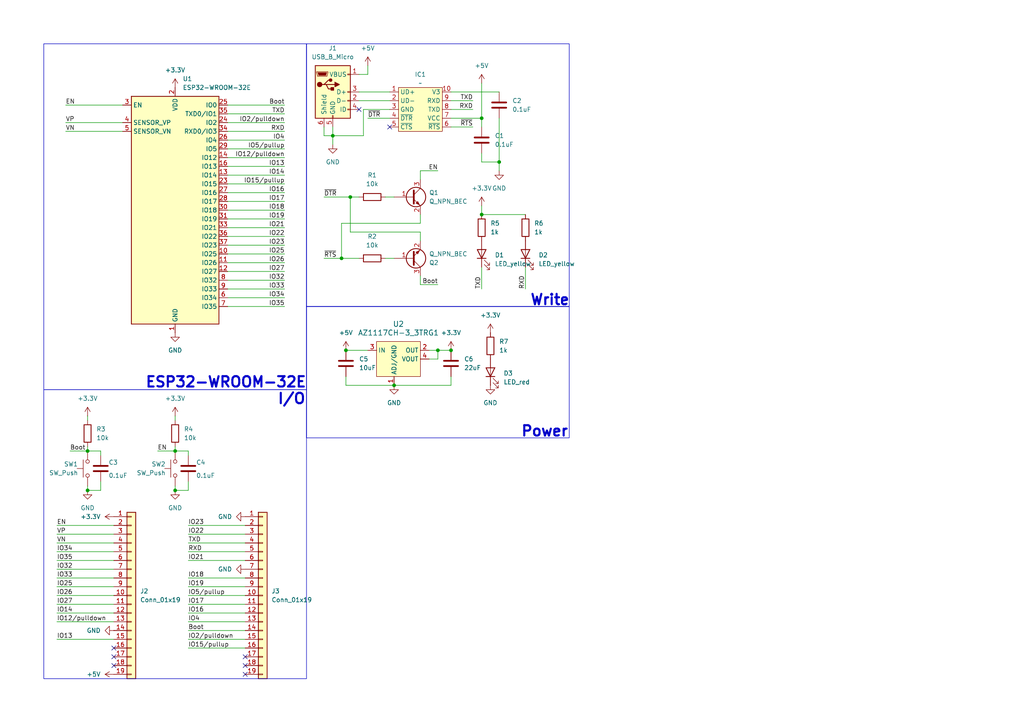
<source format=kicad_sch>
(kicad_sch (version 20231120) (generator "eeschema") (generator_version "8.0")
  (paper "A4")
  (lib_symbols
    (symbol "CH340:CH340K"
      (property "Reference" "IC" (at 0 7.62 0))
      (symbol "CH340K_1_1"
        (rectangle (start -6.35 6.35) (end 6.35 -6.35) (fill (type background)))
        (pin input line (at -8.89 5.08 0) (length 2.54) (name "UD+") (number "1"))
        (pin power_in line (at 8.89 5.08 180) (length 2.54) (name "V3") (number "10"))
        (pin input line (at -8.89 2.54 0) (length 2.54) (name "UD-") (number "2"))
        (pin power_in line (at -8.89 0 0) (length 2.54) (name "GND") (number "3"))
        (pin bidirectional line (at -8.89 -2.54 0) (length 2.54) (name "~{DTR}") (number "4"))
        (pin bidirectional line (at -8.89 -5.08 0) (length 2.54) (name "~{CTS}") (number "5"))
        (pin bidirectional line (at 8.89 -5.08 180) (length 2.54) (name "~{RTS}") (number "6"))
        (pin power_in line (at 8.89 -2.54 180) (length 2.54) (name "VCC") (number "7"))
        (pin bidirectional line (at 8.89 0 180) (length 2.54) (name "TXD") (number "8"))
        (pin input line (at 8.89 2.54 180) (length 2.54) (name "RXD") (number "9"))
      )
    )
    (symbol "Connector:USB_B_Micro" (pin_names (offset 1.016))
      (property "Reference" "J" (at -5.08 11.43 0))
      (property "Value" "USB_B_Micro" (at -5.08 8.89 0))
      (symbol "USB_B_Micro_0_1"
        (rectangle (start -5.08 -7.62) (end 5.08 7.62) (stroke (width 0.254)) (fill (type background)))
        (circle (center -3.81 2.159) (radius 0.635) (stroke (width 0.254)) (fill (type outline)))
        (circle (center -0.635 3.429) (radius 0.381) (stroke (width 0.254)) (fill (type outline)))
        (rectangle (start -0.127 -7.62) (end 0.127 -6.858))
        (polyline (pts (xy -1.905 2.159) (xy 0.635 2.159)) (stroke (width 0.254)))
        (polyline (pts (xy -3.175 2.159) (xy -2.54 2.159) (xy -1.27 3.429) (xy -0.635 3.429)) (stroke (width 0.254)))
        (polyline (pts (xy -2.54 2.159) (xy -1.905 2.159) (xy -1.27 0.889) (xy 0 0.889)) (stroke (width 0.254)))
        (polyline (pts (xy 0.635 2.794) (xy 0.635 1.524) (xy 1.905 2.159) (xy 0.635 2.794)) (stroke (width 0.254)) (fill (type outline)))
        (polyline (pts (xy -4.318 5.588) (xy -1.778 5.588) (xy -2.032 4.826) (xy -4.064 4.826) (xy -4.318 5.588)) (fill (type outline)))
        (polyline (pts (xy -4.699 5.842) (xy -4.699 5.588) (xy -4.445 4.826) (xy -4.445 4.572) (xy -1.651 4.572) (xy -1.651 4.826) (xy -1.397 5.588) (xy -1.397 5.842) (xy -4.699 5.842)))
        (rectangle (start 0.254 1.27) (end -0.508 0.508) (stroke (width 0.254)) (fill (type outline)))
        (rectangle (start 5.08 -5.207) (end 4.318 -4.953))
        (rectangle (start 5.08 -2.667) (end 4.318 -2.413))
        (rectangle (start 5.08 -0.127) (end 4.318 0.127))
        (rectangle (start 5.08 4.953) (end 4.318 5.207))
      )
      (symbol "USB_B_Micro_1_1"
        (pin power_out line (at 7.62 5.08 180) (length 2.54) (name "VBUS") (number "1"))
        (pin bidirectional line (at 7.62 -2.54 180) (length 2.54) (name "D-") (number "2"))
        (pin bidirectional line (at 7.62 0 180) (length 2.54) (name "D+") (number "3"))
        (pin passive line (at 7.62 -5.08 180) (length 2.54) (name "ID") (number "4"))
        (pin power_out line (at 0 -10.16 90) (length 2.54) (name "GND") (number "5"))
        (pin passive line (at -2.54 -10.16 90) (length 2.54) (name "Shield") (number "6"))
      )
    )
    (symbol "Connector_Generic:Conn_01x19" (pin_names (offset 1.016) hide)
      (property "Reference" "J" (at 0 25.4 0))
      (property "Value" "Conn_01x19" (at 0 -25.4 0))
      (symbol "Conn_01x19_1_1"
        (rectangle (start -1.27 -22.733) (end 0 -22.987) (stroke (width 0.1524)))
        (rectangle (start -1.27 -20.193) (end 0 -20.447) (stroke (width 0.1524)))
        (rectangle (start -1.27 -17.653) (end 0 -17.907) (stroke (width 0.1524)))
        (rectangle (start -1.27 -15.113) (end 0 -15.367) (stroke (width 0.1524)))
        (rectangle (start -1.27 -12.573) (end 0 -12.827) (stroke (width 0.1524)))
        (rectangle (start -1.27 -10.033) (end 0 -10.287) (stroke (width 0.1524)))
        (rectangle (start -1.27 -7.493) (end 0 -7.747) (stroke (width 0.1524)))
        (rectangle (start -1.27 -4.953) (end 0 -5.207) (stroke (width 0.1524)))
        (rectangle (start -1.27 -2.413) (end 0 -2.667) (stroke (width 0.1524)))
        (rectangle (start -1.27 0.127) (end 0 -0.127) (stroke (width 0.1524)))
        (rectangle (start -1.27 2.667) (end 0 2.413) (stroke (width 0.1524)))
        (rectangle (start -1.27 5.207) (end 0 4.953) (stroke (width 0.1524)))
        (rectangle (start -1.27 7.747) (end 0 7.493) (stroke (width 0.1524)))
        (rectangle (start -1.27 10.287) (end 0 10.033) (stroke (width 0.1524)))
        (rectangle (start -1.27 12.827) (end 0 12.573) (stroke (width 0.1524)))
        (rectangle (start -1.27 15.367) (end 0 15.113) (stroke (width 0.1524)))
        (rectangle (start -1.27 17.907) (end 0 17.653) (stroke (width 0.1524)))
        (rectangle (start -1.27 20.447) (end 0 20.193) (stroke (width 0.1524)))
        (rectangle (start -1.27 22.987) (end 0 22.733) (stroke (width 0.1524)))
        (rectangle (start -1.27 24.13) (end 1.27 -24.13) (stroke (width 0.254)) (fill (type background)))
        (pin passive line (at -5.08 22.86 0) (length 3.81) (name "Pin_1") (number "1"))
        (pin passive line (at -5.08 0 0) (length 3.81) (name "Pin_10") (number "10"))
        (pin passive line (at -5.08 -2.54 0) (length 3.81) (name "Pin_11") (number "11"))
        (pin passive line (at -5.08 -5.08 0) (length 3.81) (name "Pin_12") (number "12"))
        (pin passive line (at -5.08 -7.62 0) (length 3.81) (name "Pin_13") (number "13"))
        (pin passive line (at -5.08 -10.16 0) (length 3.81) (name "Pin_14") (number "14"))
        (pin passive line (at -5.08 -12.7 0) (length 3.81) (name "Pin_15") (number "15"))
        (pin passive line (at -5.08 -15.24 0) (length 3.81) (name "Pin_16") (number "16"))
        (pin passive line (at -5.08 -17.78 0) (length 3.81) (name "Pin_17") (number "17"))
        (pin passive line (at -5.08 -20.32 0) (length 3.81) (name "Pin_18") (number "18"))
        (pin passive line (at -5.08 -22.86 0) (length 3.81) (name "Pin_19") (number "19"))
        (pin passive line (at -5.08 20.32 0) (length 3.81) (name "Pin_2") (number "2"))
        (pin passive line (at -5.08 17.78 0) (length 3.81) (name "Pin_3") (number "3"))
        (pin passive line (at -5.08 15.24 0) (length 3.81) (name "Pin_4") (number "4"))
        (pin passive line (at -5.08 12.7 0) (length 3.81) (name "Pin_5") (number "5"))
        (pin passive line (at -5.08 10.16 0) (length 3.81) (name "Pin_6") (number "6"))
        (pin passive line (at -5.08 7.62 0) (length 3.81) (name "Pin_7") (number "7"))
        (pin passive line (at -5.08 5.08 0) (length 3.81) (name "Pin_8") (number "8"))
        (pin passive line (at -5.08 2.54 0) (length 3.81) (name "Pin_9") (number "9"))
      )
    )
    (symbol "Device:C" (pin_numbers hide) (pin_names (offset 0.254))
      (property "Reference" "C" (at 0.635 2.54 0))
      (property "Value" "C" (at 0.635 -2.54 0))
      (symbol "C_0_1"
        (polyline (pts (xy -2.032 -0.762) (xy 2.032 -0.762)) (stroke (width 0.508)))
        (polyline (pts (xy -2.032 0.762) (xy 2.032 0.762)) (stroke (width 0.508)))
      )
      (symbol "C_1_1"
        (pin passive line (at 0 3.81 270) (length 2.794) (name "~") (number "1"))
        (pin passive line (at 0 -3.81 90) (length 2.794) (name "~") (number "2"))
      )
    )
    (symbol "Device:LED" (pin_numbers hide) (pin_names (offset 1.016) hide)
      (property "Reference" "D" (at 0 2.54 0))
      (property "Value" "LED" (at 0 -2.54 0))
      (symbol "LED_0_1"
        (polyline (pts (xy -1.27 -1.27) (xy -1.27 1.27)) (stroke (width 0.254)))
        (polyline (pts (xy -1.27 0) (xy 1.27 0)))
        (polyline (pts (xy 1.27 -1.27) (xy 1.27 1.27) (xy -1.27 0) (xy 1.27 -1.27)) (stroke (width 0.254)))
        (polyline (pts (xy -3.048 -0.762) (xy -4.572 -2.286) (xy -3.81 -2.286) (xy -4.572 -2.286) (xy -4.572 -1.524)))
        (polyline (pts (xy -1.778 -0.762) (xy -3.302 -2.286) (xy -2.54 -2.286) (xy -3.302 -2.286) (xy -3.302 -1.524)))
      )
      (symbol "LED_1_1"
        (pin passive line (at -3.81 0 0) (length 2.54) (name "K") (number "1"))
        (pin passive line (at 3.81 0 180) (length 2.54) (name "A") (number "2"))
      )
    )
    (symbol "Device:Q_NPN_BEC" (pin_names (offset 0) hide)
      (property "Reference" "Q" (at 5.08 1.27 0))
      (property "Value" "Q_NPN_BEC" (at 5.08 -1.27 0))
      (symbol "Q_NPN_BEC_0_1"
        (polyline (pts (xy 0.635 0.635) (xy 2.54 2.54)))
        (polyline (pts (xy 0.635 -0.635) (xy 2.54 -2.54) (xy 2.54 -2.54)))
        (polyline (pts (xy 0.635 1.905) (xy 0.635 -1.905) (xy 0.635 -1.905)) (stroke (width 0.508)))
        (polyline (pts (xy 1.27 -1.778) (xy 1.778 -1.27) (xy 2.286 -2.286) (xy 1.27 -1.778) (xy 1.27 -1.778)) (fill (type outline)))
        (circle (center 1.27 0) (radius 2.8194) (stroke (width 0.254)))
      )
      (symbol "Q_NPN_BEC_1_1"
        (pin input line (at -5.08 0 0) (length 5.715) (name "B") (number "1"))
        (pin passive line (at 2.54 -5.08 90) (length 2.54) (name "E") (number "2"))
        (pin passive line (at 2.54 5.08 270) (length 2.54) (name "C") (number "3"))
      )
    )
    (symbol "Device:R" (pin_numbers hide) (pin_names (offset 0))
      (property "Reference" "R" (at 2.032 0 90))
      (property "Value" "R" (at 0 0 90))
      (symbol "R_0_1"
        (rectangle (start -1.016 -2.54) (end 1.016 2.54) (stroke (width 0.254)))
      )
      (symbol "R_1_1"
        (pin passive line (at 0 3.81 270) (length 1.27) (name "~") (number "1"))
        (pin passive line (at 0 -3.81 90) (length 1.27) (name "~") (number "2"))
      )
    )
    (symbol "RF_Module:ESP32-WROOM-32E"
      (property "Reference" "U" (at -12.7 34.29 0))
      (property "Value" "ESP32-WROOM-32E" (at 1.27 34.29 0))
      (symbol "ESP32-WROOM-32E_0_1"
        (rectangle (start -12.7 33.02) (end 12.7 -33.02) (stroke (width 0.254)) (fill (type background)))
      )
      (symbol "ESP32-WROOM-32E_1_1"
        (pin power_in line (at 0 -35.56 90) (length 2.54) (name "GND") (number "1"))
        (pin bidirectional line (at 15.24 -12.7 180) (length 2.54) (name "IO25") (number "10"))
        (pin bidirectional line (at 15.24 -15.24 180) (length 2.54) (name "IO26") (number "11"))
        (pin bidirectional line (at 15.24 -17.78 180) (length 2.54) (name "IO27") (number "12"))
        (pin bidirectional line (at 15.24 10.16 180) (length 2.54) (name "IO14") (number "13"))
        (pin bidirectional line (at 15.24 15.24 180) (length 2.54) (name "IO12") (number "14"))
        (pin passive line (at 0 -35.56 90) (length 2.54) hide (name "GND") (number "15"))
        (pin bidirectional line (at 15.24 12.7 180) (length 2.54) (name "IO13") (number "16"))
        (pin no_connect line (at -12.7 -5.08 0) (length 2.54) hide (name "NC") (number "17"))
        (pin no_connect line (at -12.7 -7.62 0) (length 2.54) hide (name "NC") (number "18"))
        (pin no_connect line (at -12.7 -12.7 0) (length 2.54) hide (name "NC") (number "19"))
        (pin power_in line (at 0 35.56 270) (length 2.54) (name "VDD") (number "2"))
        (pin no_connect line (at -12.7 -10.16 0) (length 2.54) hide (name "NC") (number "20"))
        (pin no_connect line (at -12.7 0 0) (length 2.54) hide (name "NC") (number "21"))
        (pin no_connect line (at -12.7 -2.54 0) (length 2.54) hide (name "NC") (number "22"))
        (pin bidirectional line (at 15.24 7.62 180) (length 2.54) (name "IO15") (number "23"))
        (pin bidirectional line (at 15.24 25.4 180) (length 2.54) (name "IO2") (number "24"))
        (pin bidirectional line (at 15.24 30.48 180) (length 2.54) (name "IO0") (number "25"))
        (pin bidirectional line (at 15.24 20.32 180) (length 2.54) (name "IO4") (number "26"))
        (pin bidirectional line (at 15.24 5.08 180) (length 2.54) (name "IO16") (number "27"))
        (pin bidirectional line (at 15.24 2.54 180) (length 2.54) (name "IO17") (number "28"))
        (pin bidirectional line (at 15.24 17.78 180) (length 2.54) (name "IO5") (number "29"))
        (pin input line (at -15.24 30.48 0) (length 2.54) (name "EN") (number "3"))
        (pin bidirectional line (at 15.24 0 180) (length 2.54) (name "IO18") (number "30"))
        (pin bidirectional line (at 15.24 -2.54 180) (length 2.54) (name "IO19") (number "31"))
        (pin no_connect line (at -12.7 -27.94 0) (length 2.54) hide (name "NC") (number "32"))
        (pin bidirectional line (at 15.24 -5.08 180) (length 2.54) (name "IO21") (number "33"))
        (pin bidirectional line (at 15.24 22.86 180) (length 2.54) (name "RXD0/IO3") (number "34"))
        (pin bidirectional line (at 15.24 27.94 180) (length 2.54) (name "TXD0/IO1") (number "35"))
        (pin bidirectional line (at 15.24 -7.62 180) (length 2.54) (name "IO22") (number "36"))
        (pin bidirectional line (at 15.24 -10.16 180) (length 2.54) (name "IO23") (number "37"))
        (pin passive line (at 0 -35.56 90) (length 2.54) hide (name "GND") (number "38"))
        (pin passive line (at 0 -35.56 90) (length 2.54) hide (name "GND") (number "39"))
        (pin input line (at -15.24 25.4 0) (length 2.54) (name "SENSOR_VP") (number "4"))
        (pin input line (at -15.24 22.86 0) (length 2.54) (name "SENSOR_VN") (number "5"))
        (pin input line (at 15.24 -25.4 180) (length 2.54) (name "IO34") (number "6"))
        (pin input line (at 15.24 -27.94 180) (length 2.54) (name "IO35") (number "7"))
        (pin bidirectional line (at 15.24 -20.32 180) (length 2.54) (name "IO32") (number "8"))
        (pin bidirectional line (at 15.24 -22.86 180) (length 2.54) (name "IO33") (number "9"))
      )
    )
    (symbol "Switch:SW_Push" (pin_numbers hide) (pin_names (offset 1.016) hide)
      (property "Reference" "SW" (at 1.27 2.54 0))
      (property "Value" "SW_Push" (at 0 -1.524 0))
      (symbol "SW_Push_0_1"
        (circle (center -2.032 0) (radius 0.508))
        (polyline (pts (xy 0 1.27) (xy 0 3.048)))
        (polyline (pts (xy 2.54 1.27) (xy -2.54 1.27)))
        (circle (center 2.032 0) (radius 0.508))
        (pin passive line (at -5.08 0 0) (length 2.54) (name "1") (number "1"))
        (pin passive line (at 5.08 0 180) (length 2.54) (name "2") (number "2"))
      )
    )
    (symbol "dk_PMIC-Voltage-Regulators-Linear:AZ1117CH-3_3TRG1"
      (property "Reference" "U" (at 1.27 3.81 0))
      (property "Value" "AZ1117CH-3_3TRG1" (at 1.27 6.35 0))
      (symbol "AZ1117CH-3_3TRG1_0_1"
        (rectangle (start -5.08 2.54) (end 7.62 -7.62) (fill (type background)))
      )
      (symbol "AZ1117CH-3_3TRG1_1_1"
        (pin power_in line (at 0 -10.16 90) (length 2.54) (name "ADJ/GND") (number "1"))
        (pin power_out line (at 10.16 0 180) (length 2.54) (name "OUT") (number "2"))
        (pin power_in line (at -7.62 0 0) (length 2.54) (name "IN") (number "3"))
        (pin power_out line (at 10.16 -2.54 180) (length 2.54) (name "VOUT") (number "4"))
      )
    )
    (symbol "power:+3.3V" (power) (pin_numbers hide) (pin_names (offset 0) hide)
      (property "Value" "+3.3V" (at 0 3.556 0))
      (symbol "+3.3V_0_1"
        (polyline (pts (xy -0.762 1.27) (xy 0 2.54)))
        (polyline (pts (xy 0 0) (xy 0 2.54)))
        (polyline (pts (xy 0 2.54) (xy 0.762 1.27)))
      )
      (symbol "+3.3V_1_1"
        (pin power_in line (at 0 0 90) (length 0) (name "~") (number "1"))
      )
    )
    (symbol "power:+5V" (power) (pin_numbers hide) (pin_names (offset 0) hide)
      (property "Value" "+5V" (at 0 3.556 0))
      (symbol "+5V_0_1"
        (polyline (pts (xy -0.762 1.27) (xy 0 2.54)))
        (polyline (pts (xy 0 0) (xy 0 2.54)))
        (polyline (pts (xy 0 2.54) (xy 0.762 1.27)))
      )
      (symbol "+5V_1_1"
        (pin power_in line (at 0 0 90) (length 0) (name "~") (number "1"))
      )
    )
    (symbol "power:GND" (power) (pin_numbers hide) (pin_names (offset 0) hide)
      (property "Value" "GND" (at 0 -3.81 0))
      (symbol "GND_0_1"
        (polyline (pts (xy 0 0) (xy 0 -1.27) (xy 1.27 -1.27) (xy 0 -2.54) (xy -1.27 -1.27) (xy 0 -1.27)))
      )
      (symbol "GND_1_1"
        (pin power_in line (at 0 0 270) (length 0) (name "~") (number "1"))
      )
    )
  )
  (junction (at 127 101.6))
  (junction (at 130.81 101.6))
  (junction (at 114.3 111.76))
  (junction (at 50.8 142.24))
  (junction (at 50.8 130.81))
  (junction (at 139.7 34.29))
  (junction (at 139.7 62.23))
  (junction (at 25.4 130.81))
  (junction (at 96.52 39.37))
  (junction (at 25.4 142.24))
  (junction (at 144.78 46.99))
  (junction (at 100.33 101.6))
  (junction (at 101.6 57.15))
  (junction (at 99.06 74.93))
  (no_connect (at 33.02 187.96))
  (no_connect (at 71.12 195.58))
  (no_connect (at 33.02 193.04))
  (no_connect (at 33.02 190.5))
  (no_connect (at 71.12 193.04))
  (no_connect (at 71.12 190.5))
  (no_connect (at 113.03 36.83))
  (no_connect (at 104.14 31.75))
  (wire (pts (xy 16.51 154.94) (xy 33.02 154.94)))
  (wire (pts (xy 33.02 167.64) (xy 16.51 167.64)))
  (wire (pts (xy 71.12 157.48) (xy 54.61 157.48)))
  (wire (pts (xy 66.04 35.56) (xy 82.55 35.56)))
  (wire (pts (xy 121.92 49.53) (xy 121.92 52.07)))
  (wire (pts (xy 101.6 57.15) (xy 101.6 67.31)))
  (wire (pts (xy 25.4 140.97) (xy 25.4 142.24)))
  (wire (pts (xy 71.12 182.88) (xy 54.61 182.88)))
  (wire (pts (xy 66.04 30.48) (xy 82.55 30.48)))
  (wire (pts (xy 106.68 21.59) (xy 106.68 19.05)))
  (wire (pts (xy 66.04 45.72) (xy 82.55 45.72)))
  (wire (pts (xy 45.72 130.81) (xy 50.8 130.81)))
  (wire (pts (xy 71.12 172.72) (xy 54.61 172.72)))
  (wire (pts (xy 71.12 154.94) (xy 54.61 154.94)))
  (wire (pts (xy 33.02 180.34) (xy 16.51 180.34)))
  (wire (pts (xy 105.41 31.75) (xy 113.03 31.75)))
  (wire (pts (xy 66.04 68.58) (xy 82.55 68.58)))
  (wire (pts (xy 66.04 71.12) (xy 82.55 71.12)))
  (wire (pts (xy 66.04 50.8) (xy 82.55 50.8)))
  (wire (pts (xy 66.04 53.34) (xy 82.55 53.34)))
  (wire (pts (xy 16.51 157.48) (xy 33.02 157.48)))
  (wire (pts (xy 50.8 130.81) (xy 54.61 130.81)))
  (wire (pts (xy 144.78 34.29) (xy 144.78 46.99)))
  (wire (pts (xy 127 104.14) (xy 127 101.6)))
  (wire (pts (xy 16.51 152.4) (xy 33.02 152.4)))
  (wire (pts (xy 104.14 26.67) (xy 113.03 26.67)))
  (wire (pts (xy 54.61 142.24) (xy 50.8 142.24)))
  (wire (pts (xy 93.98 39.37) (xy 93.98 36.83)))
  (wire (pts (xy 71.12 167.64) (xy 54.61 167.64)))
  (wire (pts (xy 121.92 62.23) (xy 121.92 64.77)))
  (wire (pts (xy 130.81 31.75) (xy 137.16 31.75)))
  (wire (pts (xy 111.76 74.93) (xy 114.3 74.93)))
  (wire (pts (xy 66.04 88.9) (xy 82.55 88.9)))
  (wire (pts (xy 16.51 162.56) (xy 33.02 162.56)))
  (wire (pts (xy 71.12 187.96) (xy 54.61 187.96)))
  (wire (pts (xy 71.12 175.26) (xy 54.61 175.26)))
  (wire (pts (xy 71.12 177.8) (xy 54.61 177.8)))
  (wire (pts (xy 33.02 172.72) (xy 16.51 172.72)))
  (wire (pts (xy 130.81 29.21) (xy 137.16 29.21)))
  (wire (pts (xy 130.81 34.29) (xy 139.7 34.29)))
  (wire (pts (xy 93.98 74.93) (xy 99.06 74.93)))
  (wire (pts (xy 29.21 130.81) (xy 29.21 132.08)))
  (wire (pts (xy 66.04 76.2) (xy 82.55 76.2)))
  (wire (pts (xy 20.32 130.81) (xy 25.4 130.81)))
  (wire (pts (xy 71.12 185.42) (xy 54.61 185.42)))
  (wire (pts (xy 152.4 77.47) (xy 152.4 83.82)))
  (wire (pts (xy 29.21 142.24) (xy 25.4 142.24)))
  (wire (pts (xy 139.7 59.69) (xy 139.7 62.23)))
  (wire (pts (xy 139.7 62.23) (xy 152.4 62.23)))
  (wire (pts (xy 130.81 111.76) (xy 114.3 111.76)))
  (wire (pts (xy 130.81 109.22) (xy 130.81 111.76)))
  (wire (pts (xy 139.7 46.99) (xy 144.78 46.99)))
  (wire (pts (xy 33.02 170.18) (xy 16.51 170.18)))
  (wire (pts (xy 121.92 80.01) (xy 121.92 82.55)))
  (wire (pts (xy 100.33 101.6) (xy 106.68 101.6)))
  (wire (pts (xy 50.8 120.65) (xy 50.8 121.92)))
  (wire (pts (xy 105.41 31.75) (xy 105.41 39.37)))
  (wire (pts (xy 71.12 152.4) (xy 54.61 152.4)))
  (wire (pts (xy 104.14 21.59) (xy 106.68 21.59)))
  (wire (pts (xy 121.92 82.55) (xy 127 82.55)))
  (wire (pts (xy 127 101.6) (xy 130.81 101.6)))
  (wire (pts (xy 96.52 39.37) (xy 93.98 39.37)))
  (wire (pts (xy 130.81 26.67) (xy 144.78 26.67)))
  (wire (pts (xy 25.4 120.65) (xy 25.4 121.92)))
  (wire (pts (xy 66.04 81.28) (xy 82.55 81.28)))
  (wire (pts (xy 66.04 38.1) (xy 82.55 38.1)))
  (wire (pts (xy 93.98 57.15) (xy 101.6 57.15)))
  (wire (pts (xy 66.04 58.42) (xy 82.55 58.42)))
  (wire (pts (xy 101.6 67.31) (xy 121.92 67.31)))
  (wire (pts (xy 139.7 34.29) (xy 139.7 36.83)))
  (wire (pts (xy 33.02 165.1) (xy 16.51 165.1)))
  (wire (pts (xy 104.14 29.21) (xy 113.03 29.21)))
  (wire (pts (xy 105.41 39.37) (xy 96.52 39.37)))
  (wire (pts (xy 19.05 30.48) (xy 35.56 30.48)))
  (wire (pts (xy 139.7 77.47) (xy 139.7 83.82)))
  (wire (pts (xy 121.92 49.53) (xy 127 49.53)))
  (wire (pts (xy 71.12 160.02) (xy 54.61 160.02)))
  (wire (pts (xy 139.7 44.45) (xy 139.7 46.99)))
  (wire (pts (xy 121.92 64.77) (xy 99.06 64.77)))
  (wire (pts (xy 99.06 74.93) (xy 104.14 74.93)))
  (wire (pts (xy 66.04 40.64) (xy 82.55 40.64)))
  (wire (pts (xy 16.51 160.02) (xy 33.02 160.02)))
  (wire (pts (xy 71.12 180.34) (xy 54.61 180.34)))
  (wire (pts (xy 25.4 129.54) (xy 25.4 130.81)))
  (wire (pts (xy 66.04 43.18) (xy 82.55 43.18)))
  (wire (pts (xy 66.04 66.04) (xy 82.55 66.04)))
  (wire (pts (xy 19.05 38.1) (xy 35.56 38.1)))
  (wire (pts (xy 100.33 109.22) (xy 100.33 111.76)))
  (wire (pts (xy 50.8 140.97) (xy 50.8 142.24)))
  (wire (pts (xy 66.04 63.5) (xy 82.55 63.5)))
  (wire (pts (xy 19.05 35.56) (xy 35.56 35.56)))
  (wire (pts (xy 66.04 55.88) (xy 82.55 55.88)))
  (wire (pts (xy 66.04 83.82) (xy 82.55 83.82)))
  (wire (pts (xy 139.7 24.13) (xy 139.7 34.29)))
  (wire (pts (xy 124.46 104.14) (xy 127 104.14)))
  (wire (pts (xy 100.33 111.76) (xy 114.3 111.76)))
  (wire (pts (xy 29.21 139.7) (xy 29.21 142.24)))
  (wire (pts (xy 66.04 60.96) (xy 82.55 60.96)))
  (wire (pts (xy 33.02 185.42) (xy 16.51 185.42)))
  (wire (pts (xy 54.61 130.81) (xy 54.61 132.08)))
  (wire (pts (xy 101.6 57.15) (xy 104.14 57.15)))
  (wire (pts (xy 96.52 39.37) (xy 96.52 41.91)))
  (wire (pts (xy 66.04 33.02) (xy 82.55 33.02)))
  (wire (pts (xy 66.04 86.36) (xy 82.55 86.36)))
  (wire (pts (xy 130.81 36.83) (xy 137.16 36.83)))
  (wire (pts (xy 144.78 46.99) (xy 144.78 49.53)))
  (wire (pts (xy 96.52 36.83) (xy 96.52 39.37)))
  (wire (pts (xy 25.4 130.81) (xy 29.21 130.81)))
  (wire (pts (xy 50.8 129.54) (xy 50.8 130.81)))
  (wire (pts (xy 99.06 64.77) (xy 99.06 74.93)))
  (wire (pts (xy 71.12 170.18) (xy 54.61 170.18)))
  (wire (pts (xy 66.04 78.74) (xy 82.55 78.74)))
  (wire (pts (xy 33.02 175.26) (xy 16.51 175.26)))
  (wire (pts (xy 121.92 67.31) (xy 121.92 69.85)))
  (wire (pts (xy 54.61 139.7) (xy 54.61 142.24)))
  (wire (pts (xy 106.68 34.29) (xy 113.03 34.29)))
  (wire (pts (xy 66.04 73.66) (xy 82.55 73.66)))
  (wire (pts (xy 124.46 101.6) (xy 127 101.6)))
  (wire (pts (xy 33.02 177.8) (xy 16.51 177.8)))
  (wire (pts (xy 111.76 57.15) (xy 114.3 57.15)))
  (wire (pts (xy 66.04 48.26) (xy 82.55 48.26)))
  (wire (pts (xy 71.12 162.56) (xy 54.61 162.56)))
  (rectangle (start 88.9 88.9) (end 165.1 127))
  (rectangle (start 12.7 113.03) (end 88.9 196.85))
  (rectangle (start 12.7 12.7) (end 88.9 113.03))
  (rectangle (start 88.9 12.7) (end 165.1 88.9))
  (text "I/O" (at 84.582 115.824 0) (effects (font (size 3 3) (bold yes))))
  (text "ESP32-WROOM-32E" (at 65.532 110.998 0) (effects (font (size 3 3) (thickness 0.6) (bold yes))))
  (text "Power" (at 157.988 125.222 0) (effects (font (size 3 3) (bold yes))))
  (text "Write" (at 159.512 87.122 0) (effects (font (size 3 3) (thickness 0.6) (bold yes))))
  (label "RXD" (at 137.16 31.75 180))
  (label "IO21" (at 54.61 162.56 0))
  (label "EN" (at 19.05 30.48 0))
  (label "~{DTR}" (at 93.98 57.15 0))
  (label "TXD" (at 137.16 29.21 180))
  (label "IO17" (at 82.55 58.42 180))
  (label "IO33" (at 16.51 167.64 0))
  (label "VP" (at 16.51 154.94 0))
  (label "IO34" (at 82.55 86.36 180))
  (label "IO12{slash}pulldown" (at 82.55 45.72 180))
  (label "IO18" (at 82.55 60.96 180))
  (label "IO23" (at 54.61 152.4 0))
  (label "VP" (at 19.05 35.56 0))
  (label "IO17" (at 54.61 175.26 0))
  (label "IO5{slash}pullup" (at 82.55 43.18 180))
  (label "VN" (at 19.05 38.1 0))
  (label "EN" (at 127 49.53 180))
  (label "IO14" (at 16.51 177.8 0))
  (label "IO5{slash}pullup" (at 54.61 172.72 0))
  (label "IO27" (at 82.55 78.74 180))
  (label "IO22" (at 82.55 68.58 180))
  (label "IO2{slash}pulldown" (at 54.61 185.42 0))
  (label "IO19" (at 54.61 170.18 0))
  (label "IO26" (at 16.51 172.72 0))
  (label "EN" (at 45.72 130.81 0))
  (label "IO35" (at 82.55 88.9 180))
  (label "IO19" (at 82.55 63.5 180))
  (label "RXD" (at 152.4 83.82 90))
  (label "RXD" (at 82.55 38.1 180))
  (label "IO25" (at 16.51 170.18 0))
  (label "TXD" (at 82.55 33.02 180))
  (label "Boot" (at 127 82.55 180))
  (label "Boot" (at 20.32 130.81 0))
  (label "IO18" (at 54.61 167.64 0))
  (label "IO16" (at 82.55 55.88 180))
  (label "IO4" (at 54.61 180.34 0))
  (label "TXD" (at 54.61 157.48 0))
  (label "IO21" (at 82.55 66.04 180))
  (label "IO2{slash}pulldown" (at 82.55 35.56 180))
  (label "EN" (at 16.51 152.4 0))
  (label "IO16" (at 54.61 177.8 0))
  (label "~{RTS}" (at 93.98 74.93 0))
  (label "~{DTR}" (at 106.68 34.29 0))
  (label "IO14" (at 82.55 50.8 180))
  (label "VN" (at 16.51 157.48 0))
  (label "IO32" (at 16.51 165.1 0))
  (label "IO13" (at 82.55 48.26 180))
  (label "IO35" (at 16.51 162.56 0))
  (label "Boot" (at 54.61 182.88 0))
  (label "IO12{slash}pulldown" (at 16.51 180.34 0))
  (label "TXD" (at 139.7 83.82 90))
  (label "Boot" (at 82.55 30.48 180))
  (label "IO34" (at 16.51 160.02 0))
  (label "IO23" (at 82.55 71.12 180))
  (label "~{RTS}" (at 137.16 36.83 180))
  (label "IO33" (at 82.55 83.82 180))
  (label "IO22" (at 54.61 154.94 0))
  (label "IO25" (at 82.55 73.66 180))
  (label "IO15{slash}pullup" (at 82.55 53.34 180))
  (label "IO4" (at 82.55 40.64 180))
  (label "IO27" (at 16.51 175.26 0))
  (label "IO13" (at 16.51 185.42 0))
  (label "RXD" (at 54.61 160.02 0))
  (label "IO32" (at 82.55 81.28 180))
  (label "IO15{slash}pullup" (at 54.61 187.96 0))
  (label "IO26" (at 82.55 76.2 180))
  (symbol (lib_id "Device:LED") (at 152.4 73.66 90) (unit 1)
    (property "Reference" "D2" (at 156.21 73.9774 90) (effects (justify right)))
    (property "Value" "LED_yellow" (at 156.21 76.5174 90) (effects (justify right)))
    (property "Footprint" "LED_SMD:LED_0603_1608Metric" (effects (hide yes)))
    (property "Description" "Light emitting diode" (effects (hide yes)))
  )
  (symbol (lib_id "Device:C") (at 29.21 135.89 0) (unit 1)
    (property "Reference" "C3" (at 31.496 134.112 0) (effects (justify left)))
    (property "Value" "0.1uF" (at 31.496 137.922 0) (effects (justify left)))
    (property "Footprint" "Capacitor_SMD:C_0603_1608Metric" (effects (hide yes)))
    (property "Description" "Unpolarized capacitor" (effects (hide yes)))
  )
  (symbol (lib_id "power:GND") (at 71.12 149.86 270) (unit 1)
    (property "Reference" "#PWR015" (effects (hide yes)))
    (property "Value" "GND" (at 67.31 149.8599 90) (effects (justify right)))
    (property "Description" "Power symbol creates a global label with name \"GND\" , ground" (effects (hide yes)))
  )
  (symbol (lib_id "Device:C") (at 54.61 135.89 0) (unit 1)
    (property "Reference" "C4" (at 56.896 134.112 0) (effects (justify left)))
    (property "Value" "0.1uF" (at 56.896 137.922 0) (effects (justify left)))
    (property "Footprint" "Capacitor_SMD:C_0603_1608Metric" (effects (hide yes)))
    (property "Description" "Unpolarized capacitor" (effects (hide yes)))
  )
  (symbol (lib_id "power:+3.3V") (at 139.7 59.69 0) (unit 1)
    (property "Reference" "#PWR011" (effects (hide yes)))
    (property "Value" "+3.3V" (at 139.7 54.61 0))
    (property "Description" "Power symbol creates a global label with name \"+3.3V\"" (effects (hide yes)))
  )
  (symbol (lib_id "power:GND") (at 114.3 111.76 0) (unit 1)
    (property "Reference" "#PWR017" (effects (hide yes)))
    (property "Value" "GND" (at 114.3 116.84 0))
    (property "Description" "Power symbol creates a global label with name \"GND\" , ground" (effects (hide yes)))
  )
  (symbol (lib_id "power:GND") (at 50.8 96.52 0) (unit 1)
    (property "Reference" "#PWR01" (effects (hide yes)))
    (property "Value" "GND" (at 50.8 101.6 0))
    (property "Description" "Power symbol creates a global label with name \"GND\" , ground" (effects (hide yes)))
  )
  (symbol (lib_id "Device:R") (at 50.8 125.73 0) (unit 1)
    (property "Reference" "R4" (at 53.34 124.4599 0) (effects (justify left)))
    (property "Value" "10k" (at 53.34 126.9999 0) (effects (justify left)))
    (property "Footprint" "Resistor_SMD:R_0603_1608Metric" (effects (hide yes)))
    (property "Description" "Resistor" (effects (hide yes)))
  )
  (symbol (lib_id "Device:C") (at 139.7 40.64 0) (unit 1)
    (property "Reference" "C1" (at 143.51 39.3699 0) (effects (justify left)))
    (property "Value" "0.1uF" (at 143.51 41.9099 0) (effects (justify left)))
    (property "Footprint" "Capacitor_SMD:C_0603_1608Metric" (effects (hide yes)))
    (property "Description" "Unpolarized capacitor" (effects (hide yes)))
  )
  (symbol (lib_id "Switch:SW_Push") (at 25.4 135.89 90) (unit 1)
    (property "Reference" "SW1" (at 18.542 134.62 90) (effects (justify right)))
    (property "Value" "SW_Push" (at 14.224 137.16 90) (effects (justify right)))
    (property "Footprint" "Button_Switch_SMD:SW_Push_SPST_NO_Alps_SKRK" (effects (hide yes)))
    (property "Description" "Push button switch, generic, two pins" (effects (hide yes)))
  )
  (symbol (lib_id "power:GND") (at 71.12 165.1 270) (unit 1)
    (property "Reference" "#PWR016" (effects (hide yes)))
    (property "Value" "GND" (at 67.31 165.0999 90) (effects (justify right)))
    (property "Description" "Power symbol creates a global label with name \"GND\" , ground" (effects (hide yes)))
  )
  (symbol (lib_id "power:+5V") (at 106.68 19.05 0) (unit 1)
    (property "Reference" "#PWR04" (effects (hide yes)))
    (property "Value" "+5V" (at 106.68 13.97 0))
    (property "Description" "Power symbol creates a global label with name \"+5V\"" (effects (hide yes)))
  )
  (symbol (lib_id "power:+5V") (at 100.33 101.6 0) (unit 1)
    (property "Reference" "#PWR019" (effects (hide yes)))
    (property "Value" "+5V" (at 100.33 96.52 0))
    (property "Description" "Power symbol creates a global label with name \"+5V\"" (effects (hide yes)))
  )
  (symbol (lib_id "power:+3.3V") (at 25.4 120.65 0) (unit 1)
    (property "Reference" "#PWR02" (effects (hide yes)))
    (property "Value" "+3.3V" (at 25.4 115.57 0))
    (property "Description" "Power symbol creates a global label with name \"+3.3V\"" (effects (hide yes)))
  )
  (symbol (lib_id "Device:C") (at 100.33 105.41 0) (unit 1)
    (property "Reference" "C5" (at 104.14 104.1399 0) (effects (justify left)))
    (property "Value" "10uF" (at 104.14 106.6799 0) (effects (justify left)))
    (property "Footprint" "Capacitor_SMD:C_0603_1608Metric" (effects (hide yes)))
    (property "Description" "Unpolarized capacitor" (effects (hide yes)))
  )
  (symbol (lib_id "power:+5V") (at 139.7 24.13 0) (unit 1)
    (property "Reference" "#PWR06" (effects (hide yes)))
    (property "Value" "+5V" (at 139.7 19.05 0))
    (property "Description" "Power symbol creates a global label with name \"+5V\"" (effects (hide yes)))
  )
  (symbol (lib_id "Device:Q_NPN_BEC") (at 119.38 74.93 0) (mirror x) (unit 1)
    (property "Reference" "Q2" (at 124.46 76.2001 0) (effects (justify left)))
    (property "Value" "Q_NPN_BEC" (at 124.46 73.6601 0) (effects (justify left)))
    (property "Footprint" "Package_TO_SOT_SMD:SC-59" (effects (hide yes)))
    (property "Description" "NPN transistor, base/emitter/collector" (effects (hide yes)))
  )
  (symbol (lib_id "power:GND") (at 142.24 111.76 0) (unit 1)
    (property "Reference" "#PWR021" (effects (hide yes)))
    (property "Value" "GND" (at 142.24 116.84 0))
    (property "Description" "Power symbol creates a global label with name \"GND\" , ground" (effects (hide yes)))
  )
  (symbol (lib_id "power:+3.3V") (at 50.8 25.4 0) (unit 1)
    (property "Reference" "#PWR010" (effects (hide yes)))
    (property "Value" "+3.3V" (at 50.8 20.32 0))
    (property "Description" "Power symbol creates a global label with name \"+3.3V\"" (effects (hide yes)))
  )
  (symbol (lib_id "Device:C") (at 144.78 30.48 0) (unit 1)
    (property "Reference" "C2" (at 148.59 29.2099 0) (effects (justify left)))
    (property "Value" "0.1uF" (at 148.59 31.7499 0) (effects (justify left)))
    (property "Footprint" "Capacitor_SMD:C_0603_1608Metric" (effects (hide yes)))
    (property "Description" "Unpolarized capacitor" (effects (hide yes)))
  )
  (symbol (lib_id "Connector_Generic:Conn_01x19") (at 38.1 172.72 0) (unit 1)
    (property "Reference" "J2" (at 40.64 171.4499 0) (effects (justify left)))
    (property "Value" "Conn_01x19" (at 40.64 173.9899 0) (effects (justify left)))
    (property "Footprint" "Connector_PinHeader_2.54mm:PinHeader_1x19_P2.54mm_Vertical" (effects (hide yes)))
    (property "Description" "Generic connector, single row, 01x19, script generated (kicad-library-utils/schlib/autogen/connector/)" (effects (hide yes)))
  )
  (symbol (lib_id "Connector_Generic:Conn_01x19") (at 76.2 172.72 0) (unit 1)
    (property "Reference" "J3" (at 78.74 171.4499 0) (effects (justify left)))
    (property "Value" "Conn_01x19" (at 78.74 173.9899 0) (effects (justify left)))
    (property "Footprint" "Connector_PinHeader_2.54mm:PinHeader_1x19_P2.54mm_Vertical" (effects (hide yes)))
    (property "Description" "Generic connector, single row, 01x19, script generated (kicad-library-utils/schlib/autogen/connector/)" (effects (hide yes)))
  )
  (symbol (lib_id "power:+3.3V") (at 142.24 96.52 0) (unit 1)
    (property "Reference" "#PWR020" (effects (hide yes)))
    (property "Value" "+3.3V" (at 142.24 91.44 0))
    (property "Description" "Power symbol creates a global label with name \"+3.3V\"" (effects (hide yes)))
  )
  (symbol (lib_id "Device:R") (at 107.95 74.93 90) (unit 1)
    (property "Reference" "R2" (at 107.95 68.58 90))
    (property "Value" "10k" (at 107.95 71.12 90))
    (property "Footprint" "Resistor_SMD:R_0603_1608Metric" (effects (hide yes)))
    (property "Description" "Resistor" (effects (hide yes)))
  )
  (symbol (lib_id "Connector:USB_B_Micro") (at 96.52 26.67 0) (unit 1)
    (property "Reference" "J1" (at 96.52 13.97 0))
    (property "Value" "USB_B_Micro" (at 96.52 16.51 0))
    (property "Footprint" "Connector_USB:USB_Micro-B_Molex_47346-0001" (effects (hide yes)))
    (property "Description" "USB Micro Type B connector" (effects (hide yes)))
  )
  (symbol (lib_id "dk_PMIC-Voltage-Regulators-Linear:AZ1117CH-3_3TRG1") (at 114.3 101.6 0) (unit 1)
    (property "Reference" "U2" (at 115.57 93.98 0) (effects (font (size 1.524 1.524))))
    (property "Value" "AZ1117CH-3_3TRG1" (at 115.57 96.52 0) (effects (font (size 1.524 1.524))))
    (property "Footprint" "digikey-footprints:SOT-223" (effects (hide yes)))
    (property "Datasheet" "https://www.diodes.com/assets/Datasheets/AZ1117C.pdf" (effects (hide yes)))
    (property "Description" "IC REG LINEAR 3.3V 800MA SOT223" (effects (hide yes)))
    (property "MPN" "AZ1117CH-3.3TRG1" (effects (hide yes)))
    (property "Category" "Integrated Circuits (ICs)" (effects (hide yes)))
    (property "Family" "PMIC - Voltage Regulators - Linear" (effects (hide yes)))
    (property "DK_Datasheet_Link" "https://www.diodes.com/assets/Datasheets/AZ1117C.pdf" (effects (hide yes)))
    (property "DK_Detail_Page" "/product-detail/en/diodes-incorporated/AZ1117CH-3.3TRG1/AZ1117CH-3.3TRG1DICT-ND/4505206" (effects (hide yes)))
    (property "Description_1" "IC REG LINEAR 3.3V 800MA SOT223" (effects (hide yes)))
    (property "Manufacturer" "Diodes Incorporated" (effects (hide yes)))
    (property "Status" "Active" (effects (hide yes)))
  )
  (symbol (lib_id "Device:C") (at 130.81 105.41 0) (unit 1)
    (property "Reference" "C6" (at 134.62 104.1399 0) (effects (justify left)))
    (property "Value" "22uF" (at 134.62 106.6799 0) (effects (justify left)))
    (property "Footprint" "Capacitor_SMD:C_0603_1608Metric" (effects (hide yes)))
    (property "Description" "Unpolarized capacitor" (effects (hide yes)))
  )
  (symbol (lib_id "power:GND") (at 144.78 49.53 0) (unit 1)
    (property "Reference" "#PWR05" (effects (hide yes)))
    (property "Value" "GND" (at 144.78 54.61 0))
    (property "Description" "Power symbol creates a global label with name \"GND\" , ground" (effects (hide yes)))
  )
  (symbol (lib_id "Device:LED") (at 142.24 107.95 90) (unit 1)
    (property "Reference" "D3" (at 146.05 108.2674 90) (effects (justify right)))
    (property "Value" "LED_red" (at 146.05 110.8074 90) (effects (justify right)))
    (property "Footprint" "LED_SMD:LED_0603_1608Metric" (effects (hide yes)))
    (property "Description" "Light emitting diode" (effects (hide yes)))
  )
  (symbol (lib_id "Switch:SW_Push") (at 50.8 135.89 90) (unit 1)
    (property "Reference" "SW2" (at 43.942 134.62 90) (effects (justify right)))
    (property "Value" "SW_Push" (at 39.624 137.16 90) (effects (justify right)))
    (property "Footprint" "Button_Switch_SMD:SW_Push_SPST_NO_Alps_SKRK" (effects (hide yes)))
    (property "Description" "Push button switch, generic, two pins" (effects (hide yes)))
  )
  (symbol (lib_id "power:GND") (at 96.52 41.91 0) (unit 1)
    (property "Reference" "#PWR03" (effects (hide yes)))
    (property "Value" "GND" (at 96.52 46.99 0))
    (property "Description" "Power symbol creates a global label with name \"GND\" , ground" (effects (hide yes)))
  )
  (symbol (lib_id "power:+3.3V") (at 50.8 120.65 0) (unit 1)
    (property "Reference" "#PWR08" (effects (hide yes)))
    (property "Value" "+3.3V" (at 50.8 115.57 0))
    (property "Description" "Power symbol creates a global label with name \"+3.3V\"" (effects (hide yes)))
  )
  (symbol (lib_id "power:GND") (at 25.4 142.24 0) (unit 1)
    (property "Reference" "#PWR07" (effects (hide yes)))
    (property "Value" "GND" (at 25.4 147.32 0))
    (property "Description" "Power symbol creates a global label with name \"GND\" , ground" (effects (hide yes)))
  )
  (symbol (lib_id "power:GND") (at 50.8 142.24 0) (unit 1)
    (property "Reference" "#PWR09" (effects (hide yes)))
    (property "Value" "GND" (at 50.8 147.32 0))
    (property "Description" "Power symbol creates a global label with name \"GND\" , ground" (effects (hide yes)))
  )
  (symbol (lib_id "Device:R") (at 142.24 100.33 180) (unit 1)
    (property "Reference" "R7" (at 144.78 99.0599 0) (effects (justify right)))
    (property "Value" "1k" (at 144.78 101.5999 0) (effects (justify right)))
    (property "Footprint" "Resistor_SMD:R_0603_1608Metric" (effects (hide yes)))
    (property "Description" "Resistor" (effects (hide yes)))
  )
  (symbol (lib_id "Device:Q_NPN_BEC") (at 119.38 57.15 0) (unit 1)
    (property "Reference" "Q1" (at 124.46 55.8799 0) (effects (justify left)))
    (property "Value" "Q_NPN_BEC" (at 124.46 58.4199 0) (effects (justify left)))
    (property "Footprint" "Package_TO_SOT_SMD:SC-59" (effects (hide yes)))
    (property "Description" "NPN transistor, base/emitter/collector" (effects (hide yes)))
  )
  (symbol (lib_id "Device:R") (at 25.4 125.73 0) (unit 1)
    (property "Reference" "R3" (at 27.94 124.4599 0) (effects (justify left)))
    (property "Value" "10k" (at 27.94 126.9999 0) (effects (justify left)))
    (property "Footprint" "Resistor_SMD:R_0603_1608Metric" (effects (hide yes)))
    (property "Description" "Resistor" (effects (hide yes)))
  )
  (symbol (lib_id "power:+5V") (at 33.02 195.58 90) (unit 1)
    (property "Reference" "#PWR014" (effects (hide yes)))
    (property "Value" "+5V" (at 29.21 195.5799 90) (effects (justify left)))
    (property "Description" "Power symbol creates a global label with name \"+5V\"" (effects (hide yes)))
  )
  (symbol (lib_id "Device:R") (at 107.95 57.15 90) (unit 1)
    (property "Reference" "R1" (at 107.95 50.8 90))
    (property "Value" "10k" (at 107.95 53.34 90))
    (property "Footprint" "Resistor_SMD:R_0603_1608Metric" (effects (hide yes)))
    (property "Description" "Resistor" (effects (hide yes)))
  )
  (symbol (lib_id "power:GND") (at 33.02 182.88 270) (unit 1)
    (property "Reference" "#PWR013" (effects (hide yes)))
    (property "Value" "GND" (at 29.21 182.8799 90) (effects (justify right)))
    (property "Description" "Power symbol creates a global label with name \"GND\" , ground" (effects (hide yes)))
  )
  (symbol (lib_id "RF_Module:ESP32-WROOM-32E") (at 50.8 60.96 0) (unit 1)
    (property "Reference" "U1" (at 52.9941 22.86 0) (effects (justify left)))
    (property "Value" "ESP32-WROOM-32E" (at 52.9941 25.4 0) (effects (justify left)))
    (property "Footprint" "digikey-footprints:ESP32-WROOM-32E" (effects (hide yes)))
    (property "Datasheet" "https://www.espressif.com/sites/default/files/documentation/esp32-wroom-32e_esp32-wroom-32ue_datasheet_en.pdf" (effects (hide yes)))
    (property "Description" "RF Module, ESP32-D0WD-V3 SoC, without PSRAM, Wi-Fi 802.11b/g/n, Bluetooth, BLE, 32-bit, 2.7-3.6V, onboard antenna, SMD" (effects (hide yes)))
  )
  (symbol (lib_id "power:+3.3V") (at 33.02 149.86 90) (unit 1)
    (property "Reference" "#PWR012" (effects (hide yes)))
    (property "Value" "+3.3V" (at 29.21 149.8599 90) (effects (justify left)))
    (property "Description" "Power symbol creates a global label with name \"+3.3V\"" (effects (hide yes)))
  )
  (symbol (lib_id "CH340:CH340K") (at 121.92 31.75 0) (unit 1)
    (property "Reference" "IC1" (at 121.92 21.59 0))
    (property "Value" "~" (at 121.92 24.13 0))
    (property "Footprint" "Package_SO:SSOP-10_3.9x4.9mm_P1.00mm" (effects (hide yes)))
  )
  (symbol (lib_id "power:+3.3V") (at 130.81 101.6 0) (unit 1)
    (property "Reference" "#PWR018" (effects (hide yes)))
    (property "Value" "+3.3V" (at 130.81 96.52 0))
    (property "Description" "Power symbol creates a global label with name \"+3.3V\"" (effects (hide yes)))
  )
  (symbol (lib_id "Device:R") (at 139.7 66.04 180) (unit 1)
    (property "Reference" "R5" (at 142.24 64.7699 0) (effects (justify right)))
    (property "Value" "1k" (at 142.24 67.3099 0) (effects (justify right)))
    (property "Footprint" "Resistor_SMD:R_0603_1608Metric" (effects (hide yes)))
    (property "Description" "Resistor" (effects (hide yes)))
  )
  (symbol (lib_id "Device:R") (at 152.4 66.04 180) (unit 1)
    (property "Reference" "R6" (at 154.94 64.7699 0) (effects (justify right)))
    (property "Value" "1k" (at 154.94 67.3099 0) (effects (justify right)))
    (property "Footprint" "Resistor_SMD:R_0603_1608Metric" (effects (hide yes)))
    (property "Description" "Resistor" (effects (hide yes)))
  )
  (symbol (lib_id "Device:LED") (at 139.7 73.66 90) (unit 1)
    (property "Reference" "D1" (at 143.51 73.9774 90) (effects (justify right)))
    (property "Value" "LED_yellow" (at 143.51 76.5174 90) (effects (justify right)))
    (property "Footprint" "LED_SMD:LED_0603_1608Metric" (effects (hide yes)))
    (property "Description" "Light emitting diode" (effects (hide yes)))
  )
)
</source>
